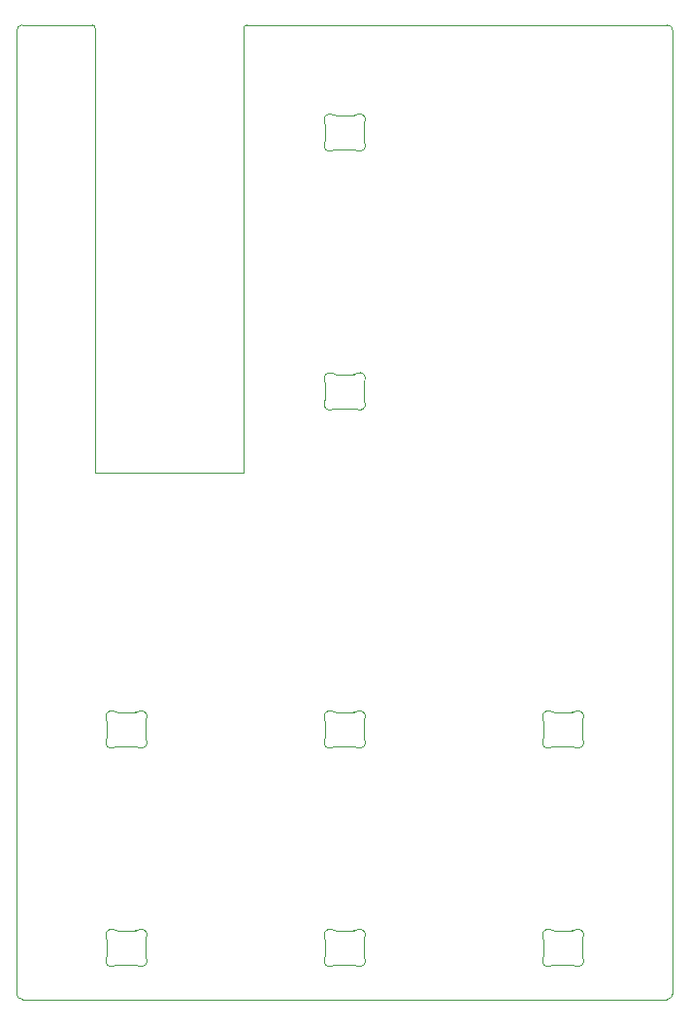
<source format=gm1>
%TF.GenerationSoftware,KiCad,Pcbnew,(6.0.1)*%
%TF.CreationDate,2022-01-30T14:08:35+01:00*%
%TF.ProjectId,Little Big Scroll 6,4c697474-6c65-4204-9269-67205363726f,v1.0*%
%TF.SameCoordinates,Original*%
%TF.FileFunction,Profile,NP*%
%FSLAX46Y46*%
G04 Gerber Fmt 4.6, Leading zero omitted, Abs format (unit mm)*
G04 Created by KiCad (PCBNEW (6.0.1)) date 2022-01-30 14:08:35*
%MOMM*%
%LPD*%
G01*
G04 APERTURE LIST*
%TA.AperFunction,Profile*%
%ADD10C,0.050000*%
%TD*%
%TA.AperFunction,Profile*%
%ADD11C,0.100000*%
%TD*%
G04 APERTURE END LIST*
D10*
X81650000Y-131280000D02*
G75*
G03*
X82150000Y-131780000I500001J1D01*
G01*
X138890000Y-47280000D02*
G75*
G03*
X138390000Y-46780000I-500001J-1D01*
G01*
X101735000Y-46780000D02*
G75*
G03*
X101485000Y-47030000I-1J-249999D01*
G01*
X88485000Y-47030000D02*
G75*
G03*
X88235000Y-46780000I-249999J1D01*
G01*
X82150000Y-46780000D02*
G75*
G03*
X81650000Y-47280000I1J-500001D01*
G01*
X101485000Y-85850000D02*
X101485000Y-47030000D01*
X138890000Y-47280000D02*
X138890000Y-131280000D01*
X101735000Y-46780000D02*
X138390000Y-46780000D01*
X81650000Y-131280000D02*
X81650000Y-47280000D01*
X138390000Y-131780000D02*
G75*
G03*
X138890000Y-131280000I-1J500001D01*
G01*
X88485000Y-47030000D02*
X88485000Y-85850000D01*
X88485000Y-85850000D02*
X101485000Y-85850000D01*
X82150000Y-46780000D02*
X88235000Y-46780000D01*
X138390000Y-131780000D02*
X82150000Y-131780000D01*
D11*
X92266711Y-109808298D02*
G75*
G03*
X92014452Y-109739999I-252261J-431710D01*
G01*
X89470516Y-109159719D02*
G75*
G03*
X89520001Y-108942842I-450505J216876D01*
G01*
X90173289Y-106671700D02*
G75*
G03*
X89470516Y-107320279I-252258J-431701D01*
G01*
X92919999Y-108942841D02*
G75*
G03*
X92969484Y-109159719I499990J-2D01*
G01*
X90173289Y-106671700D02*
G75*
G03*
X90425547Y-106739999I252261J431710D01*
G01*
X92969485Y-107320279D02*
G75*
G03*
X92266711Y-106671701I-450516J216877D01*
G01*
X89470516Y-109159719D02*
G75*
G03*
X90173289Y-109808296I450515J-216877D01*
G01*
X92014453Y-106740000D02*
G75*
G03*
X92266711Y-106671701I-3J500009D01*
G01*
X90425548Y-109739999D02*
G75*
G03*
X90173290Y-109808298I3J-500009D01*
G01*
X89520001Y-107537157D02*
G75*
G03*
X89470516Y-107320279I-499990J2D01*
G01*
X92266711Y-109808298D02*
G75*
G03*
X92969484Y-109159718I252259J431700D01*
G01*
X92969484Y-107320279D02*
G75*
G03*
X92919999Y-107537156I450505J-216876D01*
G01*
X92919999Y-107537157D02*
X92919999Y-108942841D01*
X92014452Y-109739999D02*
X90425548Y-109739999D01*
X90425548Y-106740000D02*
X92014453Y-106740000D01*
X89520001Y-108942841D02*
X89520001Y-107537157D01*
X109223289Y-106671700D02*
G75*
G03*
X108520516Y-107320279I-252258J-431701D01*
G01*
X112019485Y-107320279D02*
G75*
G03*
X111316711Y-106671701I-450516J216877D01*
G01*
X108520516Y-109159719D02*
G75*
G03*
X108570001Y-108942842I-450505J216876D01*
G01*
X108520516Y-109159719D02*
G75*
G03*
X109223289Y-109808296I450515J-216877D01*
G01*
X109475548Y-109739999D02*
G75*
G03*
X109223290Y-109808298I3J-500009D01*
G01*
X111969999Y-108942841D02*
G75*
G03*
X112019484Y-109159719I499990J-2D01*
G01*
X112019484Y-107320279D02*
G75*
G03*
X111969999Y-107537156I450505J-216876D01*
G01*
X108570001Y-107537157D02*
G75*
G03*
X108520516Y-107320279I-499990J2D01*
G01*
X109223289Y-106671700D02*
G75*
G03*
X109475547Y-106739999I252261J431710D01*
G01*
X111316711Y-109808298D02*
G75*
G03*
X111064452Y-109739999I-252261J-431710D01*
G01*
X111316711Y-109808298D02*
G75*
G03*
X112019484Y-109159718I252259J431700D01*
G01*
X111064453Y-106740000D02*
G75*
G03*
X111316711Y-106671701I-3J500009D01*
G01*
X108570001Y-108942841D02*
X108570001Y-107537157D01*
X109475548Y-106740000D02*
X111064453Y-106740000D01*
X111064452Y-109739999D02*
X109475548Y-109739999D01*
X111969999Y-107537157D02*
X111969999Y-108942841D01*
X130114452Y-109739999D02*
X128525548Y-109739999D01*
X128525548Y-106740000D02*
X130114453Y-106740000D01*
X131019999Y-107537157D02*
X131019999Y-108942841D01*
X127620001Y-108942841D02*
X127620001Y-107537157D01*
X128273289Y-106671700D02*
G75*
G03*
X127570516Y-107320279I-252258J-431701D01*
G01*
X127620001Y-107537157D02*
G75*
G03*
X127570516Y-107320279I-499990J2D01*
G01*
X128525548Y-109739999D02*
G75*
G03*
X128273290Y-109808298I3J-500009D01*
G01*
X131069484Y-107320279D02*
G75*
G03*
X131019999Y-107537156I450505J-216876D01*
G01*
X131069485Y-107320279D02*
G75*
G03*
X130366711Y-106671701I-450516J216877D01*
G01*
X130366711Y-109808298D02*
G75*
G03*
X130114452Y-109739999I-252261J-431710D01*
G01*
X130114453Y-106740000D02*
G75*
G03*
X130366711Y-106671701I-3J500009D01*
G01*
X127570516Y-109159719D02*
G75*
G03*
X127620001Y-108942842I-450505J216876D01*
G01*
X130366711Y-109808298D02*
G75*
G03*
X131069484Y-109159718I252259J431700D01*
G01*
X131019999Y-108942841D02*
G75*
G03*
X131069484Y-109159719I499990J-2D01*
G01*
X128273289Y-106671700D02*
G75*
G03*
X128525547Y-106739999I252261J431710D01*
G01*
X127570516Y-109159719D02*
G75*
G03*
X128273289Y-109808296I450515J-216877D01*
G01*
X92969484Y-126370279D02*
G75*
G03*
X92919999Y-126587156I450505J-216876D01*
G01*
X89470516Y-128209719D02*
G75*
G03*
X90173289Y-128858296I450515J-216877D01*
G01*
X90173289Y-125721700D02*
G75*
G03*
X89470516Y-126370279I-252258J-431701D01*
G01*
X92266711Y-128858298D02*
G75*
G03*
X92014452Y-128789999I-252261J-431710D01*
G01*
X89470516Y-128209719D02*
G75*
G03*
X89520001Y-127992842I-450505J216876D01*
G01*
X92014453Y-125790000D02*
G75*
G03*
X92266711Y-125721701I-3J500009D01*
G01*
X92969485Y-126370279D02*
G75*
G03*
X92266711Y-125721701I-450516J216877D01*
G01*
X90173289Y-125721700D02*
G75*
G03*
X90425547Y-125789999I252261J431710D01*
G01*
X92266711Y-128858298D02*
G75*
G03*
X92969484Y-128209718I252259J431700D01*
G01*
X90425548Y-128789999D02*
G75*
G03*
X90173290Y-128858298I3J-500009D01*
G01*
X89520001Y-126587157D02*
G75*
G03*
X89470516Y-126370279I-499990J2D01*
G01*
X92919999Y-127992841D02*
G75*
G03*
X92969484Y-128209719I499990J-2D01*
G01*
X92014452Y-128789999D02*
X90425548Y-128789999D01*
X92919999Y-126587157D02*
X92919999Y-127992841D01*
X89520001Y-127992841D02*
X89520001Y-126587157D01*
X90425548Y-125790000D02*
X92014453Y-125790000D01*
X108520516Y-128209719D02*
G75*
G03*
X108570001Y-127992842I-450505J216876D01*
G01*
X109475548Y-128789999D02*
G75*
G03*
X109223290Y-128858298I3J-500009D01*
G01*
X111064453Y-125790000D02*
G75*
G03*
X111316711Y-125721701I-3J500009D01*
G01*
X108520516Y-128209719D02*
G75*
G03*
X109223289Y-128858296I450515J-216877D01*
G01*
X111969999Y-127992841D02*
G75*
G03*
X112019484Y-128209719I499990J-2D01*
G01*
X111316711Y-128858298D02*
G75*
G03*
X112019484Y-128209718I252259J431700D01*
G01*
X109223289Y-125721700D02*
G75*
G03*
X109475547Y-125789999I252261J431710D01*
G01*
X111316711Y-128858298D02*
G75*
G03*
X111064452Y-128789999I-252261J-431710D01*
G01*
X109223289Y-125721700D02*
G75*
G03*
X108520516Y-126370279I-252258J-431701D01*
G01*
X108570001Y-126587157D02*
G75*
G03*
X108520516Y-126370279I-499990J2D01*
G01*
X112019484Y-126370279D02*
G75*
G03*
X111969999Y-126587156I450505J-216876D01*
G01*
X112019485Y-126370279D02*
G75*
G03*
X111316711Y-125721701I-450516J216877D01*
G01*
X108570001Y-127992841D02*
X108570001Y-126587157D01*
X109475548Y-125790000D02*
X111064453Y-125790000D01*
X111064452Y-128789999D02*
X109475548Y-128789999D01*
X111969999Y-126587157D02*
X111969999Y-127992841D01*
X128273289Y-125721700D02*
G75*
G03*
X128525547Y-125789999I252261J431710D01*
G01*
X127570516Y-128209719D02*
G75*
G03*
X127620001Y-127992842I-450505J216876D01*
G01*
X130114453Y-125790000D02*
G75*
G03*
X130366711Y-125721701I-3J500009D01*
G01*
X127570516Y-128209719D02*
G75*
G03*
X128273289Y-128858296I450515J-216877D01*
G01*
X131019999Y-127992841D02*
G75*
G03*
X131069484Y-128209719I499990J-2D01*
G01*
X130366711Y-128858298D02*
G75*
G03*
X130114452Y-128789999I-252261J-431710D01*
G01*
X130366711Y-128858298D02*
G75*
G03*
X131069484Y-128209718I252259J431700D01*
G01*
X131069485Y-126370279D02*
G75*
G03*
X130366711Y-125721701I-450516J216877D01*
G01*
X128525548Y-128789999D02*
G75*
G03*
X128273290Y-128858298I3J-500009D01*
G01*
X128273289Y-125721700D02*
G75*
G03*
X127570516Y-126370279I-252258J-431701D01*
G01*
X131069484Y-126370279D02*
G75*
G03*
X131019999Y-126587156I450505J-216876D01*
G01*
X127620001Y-126587157D02*
G75*
G03*
X127570516Y-126370279I-499990J2D01*
G01*
X127620001Y-127992841D02*
X127620001Y-126587157D01*
X130114452Y-128789999D02*
X128525548Y-128789999D01*
X128525548Y-125790000D02*
X130114453Y-125790000D01*
X131019999Y-126587157D02*
X131019999Y-127992841D01*
X111969999Y-55472157D02*
X111969999Y-56877841D01*
X108570001Y-56877841D02*
X108570001Y-55472157D01*
X109475548Y-54675000D02*
X111064453Y-54675000D01*
X111064452Y-57674999D02*
X109475548Y-57674999D01*
X112019484Y-55255279D02*
G75*
G03*
X111969999Y-55472156I450505J-216876D01*
G01*
X109223289Y-54606700D02*
G75*
G03*
X108520516Y-55255279I-252258J-431701D01*
G01*
X108520516Y-57094719D02*
G75*
G03*
X109223289Y-57743296I450515J-216877D01*
G01*
X112019485Y-55255279D02*
G75*
G03*
X111316711Y-54606701I-450516J216877D01*
G01*
X111969999Y-56877841D02*
G75*
G03*
X112019484Y-57094719I499990J-2D01*
G01*
X111316711Y-57743298D02*
G75*
G03*
X112019484Y-57094718I252259J431700D01*
G01*
X108570001Y-55472157D02*
G75*
G03*
X108520516Y-55255279I-499990J2D01*
G01*
X109223289Y-54606700D02*
G75*
G03*
X109475547Y-54674999I252261J431710D01*
G01*
X111316711Y-57743298D02*
G75*
G03*
X111064452Y-57674999I-252261J-431710D01*
G01*
X108520516Y-57094719D02*
G75*
G03*
X108570001Y-56877842I-450505J216876D01*
G01*
X109475548Y-57674999D02*
G75*
G03*
X109223290Y-57743298I3J-500009D01*
G01*
X111064453Y-54675000D02*
G75*
G03*
X111316711Y-54606701I-3J500009D01*
G01*
X111064452Y-80249999D02*
X109475548Y-80249999D01*
X109475548Y-77250000D02*
X111064453Y-77250000D01*
X108570001Y-79452841D02*
X108570001Y-78047157D01*
X111969999Y-78047157D02*
X111969999Y-79452841D01*
X108520516Y-79669719D02*
G75*
G03*
X109223289Y-80318296I450515J-216877D01*
G01*
X109223289Y-77181700D02*
G75*
G03*
X108520516Y-77830279I-252258J-431701D01*
G01*
X109475548Y-80249999D02*
G75*
G03*
X109223290Y-80318298I3J-500009D01*
G01*
X111064453Y-77250000D02*
G75*
G03*
X111316711Y-77181701I-3J500009D01*
G01*
X111316711Y-80318298D02*
G75*
G03*
X111064452Y-80249999I-252261J-431710D01*
G01*
X112019485Y-77830279D02*
G75*
G03*
X111316711Y-77181701I-450516J216877D01*
G01*
X108570001Y-78047157D02*
G75*
G03*
X108520516Y-77830279I-499990J2D01*
G01*
X112019484Y-77830279D02*
G75*
G03*
X111969999Y-78047156I450505J-216876D01*
G01*
X111969999Y-79452841D02*
G75*
G03*
X112019484Y-79669719I499990J-2D01*
G01*
X111316711Y-80318298D02*
G75*
G03*
X112019484Y-79669718I252259J431700D01*
G01*
X108520516Y-79669719D02*
G75*
G03*
X108570001Y-79452842I-450505J216876D01*
G01*
X109223289Y-77181700D02*
G75*
G03*
X109475547Y-77249999I252261J431710D01*
G01*
M02*

</source>
